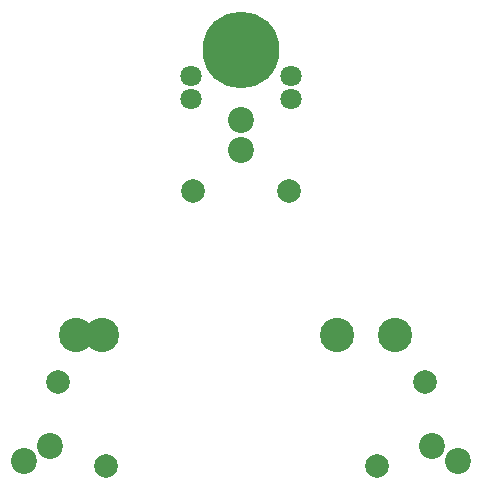
<source format=gts>
%TF.GenerationSoftware,KiCad,Pcbnew,4.0.6-e0-6349~53~ubuntu16.04.1*%
%TF.CreationDate,2017-05-19T12:33:35+05:30*%
%TF.ProjectId,MAP4,4D4150342E6B696361645F7063620000,1*%
%TF.FileFunction,Soldermask,Top*%
%FSLAX46Y46*%
G04 Gerber Fmt 4.6, Leading zero omitted, Abs format (unit mm)*
G04 Created by KiCad (PCBNEW 4.0.6-e0-6349~53~ubuntu16.04.1) date Fri May 19 12:33:35 2017*
%MOMM*%
%LPD*%
G01*
G04 APERTURE LIST*
%ADD10C,0.050800*%
%ADD11C,6.496000*%
%ADD12C,2.000000*%
%ADD13C,1.800000*%
%ADD14C,2.900000*%
%ADD15C,2.200000*%
G04 APERTURE END LIST*
D10*
D11*
X150000000Y-75850000D03*
D12*
X154064000Y-87750000D03*
X145936000Y-87750000D03*
X134468000Y-103980473D03*
X138532000Y-111019527D03*
X165532000Y-103980473D03*
X161468000Y-111019527D03*
D13*
X145750000Y-80000000D03*
X145750000Y-78000000D03*
X154250000Y-80000000D03*
X154250000Y-78000000D03*
D14*
X158100000Y-100000000D03*
X138200000Y-100000000D03*
X136000000Y-100000000D03*
X163000000Y-100000000D03*
D15*
X131650148Y-110635000D03*
X133849852Y-109365000D03*
X168349852Y-110635000D03*
X166150148Y-109365000D03*
X150000000Y-81730000D03*
X150000000Y-84270000D03*
M02*

</source>
